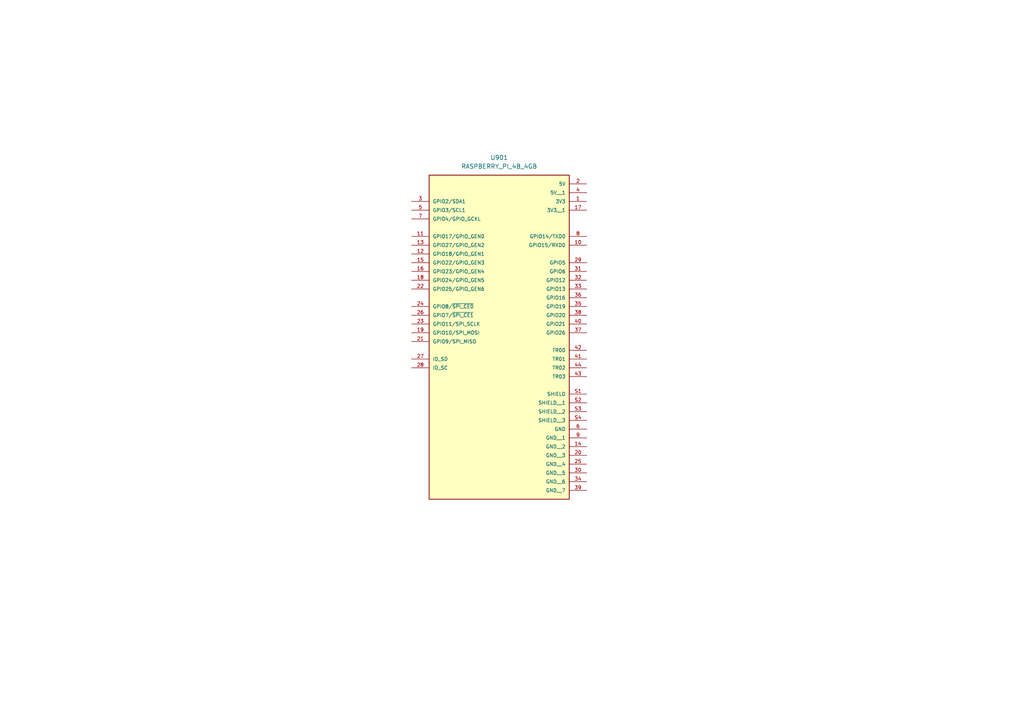
<source format=kicad_sch>
(kicad_sch (version 20231120) (generator "eeschema") (generator_version "8.0")
  (paper "A4")
  (title_block (title "MEP MAXI 85V-1 REV 2 Interface Board") (date "2024-12-08") (rev "X1") (company "McMillan Enterprises") (comment 1 "Firmware: John Gilcreast (johngilcreast@gmail.com)") (comment 2 "Hardware: Connor McMillan (connor@mcmillan.website)"))
  (lib_symbols
    (symbol "RASPBERRY_PI_4B_4GB:RASPBERRY_PI_4B_4GB" (pin_names (offset 1.016))
      (property "Reference" "U" (at -20.32 33.528 0))
      (property "Value" "RASPBERRY_PI_4B_4GB" (at -20.32 -63.5 0))
      (symbol "RASPBERRY_PI_4B_4GB_0_0"
        (rectangle (start -20.32 -60.96) (end 20.32 33.02) (stroke (width 0.254)) (fill (type background)))
        (pin power_in line (at 25.4 25.4 180) (length 5.08) (name "3V3") (number "1"))
        (pin bidirectional line (at 25.4 12.7 180) (length 5.08) (name "GPIO15/RXD0") (number "10"))
        (pin bidirectional line (at -25.4 15.24 0) (length 5.08) (name "GPIO17/GPIO_GEN0") (number "11"))
        (pin bidirectional line (at -25.4 10.16 0) (length 5.08) (name "GPIO18/GPIO_GEN1") (number "12"))
        (pin bidirectional line (at -25.4 12.7 0) (length 5.08) (name "GPIO27/GPIO_GEN2") (number "13"))
        (pin power_in line (at 25.4 -45.72 180) (length 5.08) (name "GND__2") (number "14"))
        (pin bidirectional line (at -25.4 7.62 0) (length 5.08) (name "GPIO22/GPIO_GEN3") (number "15"))
        (pin bidirectional line (at -25.4 5.08 0) (length 5.08) (name "GPIO23/GPIO_GEN4") (number "16"))
        (pin power_in line (at 25.4 22.86 180) (length 5.08) (name "3V3__1") (number "17"))
        (pin bidirectional line (at -25.4 2.54 0) (length 5.08) (name "GPIO24/GPIO_GEN5") (number "18"))
        (pin bidirectional line (at -25.4 -12.7 0) (length 5.08) (name "GPIO10/SPI_MOSI") (number "19"))
        (pin power_in line (at 25.4 30.48 180) (length 5.08) (name "5V") (number "2"))
        (pin power_in line (at 25.4 -48.26 180) (length 5.08) (name "GND__3") (number "20"))
        (pin bidirectional line (at -25.4 -15.24 0) (length 5.08) (name "GPIO9/SPI_MISO") (number "21"))
        (pin bidirectional line (at -25.4 0 0) (length 5.08) (name "GPIO25/GPIO_GEN6") (number "22"))
        (pin bidirectional line (at -25.4 -10.16 0) (length 5.08) (name "GPIO11/SPI_SCLK") (number "23"))
        (pin bidirectional line (at -25.4 -5.08 0) (length 5.08) (name "GPIO8/~{SPI_CE0}") (number "24"))
        (pin power_in line (at 25.4 -50.8 180) (length 5.08) (name "GND__4") (number "25"))
        (pin bidirectional line (at -25.4 -7.62 0) (length 5.08) (name "GPIO7/~{SPI_CE1}") (number "26"))
        (pin bidirectional line (at -25.4 -20.32 0) (length 5.08) (name "ID_SD") (number "27"))
        (pin bidirectional line (at -25.4 -22.86 0) (length 5.08) (name "ID_SC") (number "28"))
        (pin bidirectional line (at 25.4 7.62 180) (length 5.08) (name "GPIO5") (number "29"))
        (pin bidirectional line (at -25.4 25.4 0) (length 5.08) (name "GPIO2/SDA1") (number "3"))
        (pin power_in line (at 25.4 -53.34 180) (length 5.08) (name "GND__5") (number "30"))
        (pin bidirectional line (at 25.4 5.08 180) (length 5.08) (name "GPIO6") (number "31"))
        (pin bidirectional line (at 25.4 2.54 180) (length 5.08) (name "GPIO12") (number "32"))
        (pin bidirectional line (at 25.4 0 180) (length 5.08) (name "GPIO13") (number "33"))
        (pin power_in line (at 25.4 -55.88 180) (length 5.08) (name "GND__6") (number "34"))
        (pin bidirectional line (at 25.4 -5.08 180) (length 5.08) (name "GPIO19") (number "35"))
        (pin bidirectional line (at 25.4 -2.54 180) (length 5.08) (name "GPIO16") (number "36"))
        (pin bidirectional line (at 25.4 -12.7 180) (length 5.08) (name "GPIO26") (number "37"))
        (pin bidirectional line (at 25.4 -7.62 180) (length 5.08) (name "GPIO20") (number "38"))
        (pin power_in line (at 25.4 -58.42 180) (length 5.08) (name "GND__7") (number "39"))
        (pin power_in line (at 25.4 27.94 180) (length 5.08) (name "5V__1") (number "4"))
        (pin bidirectional line (at 25.4 -10.16 180) (length 5.08) (name "GPIO21") (number "40"))
        (pin bidirectional line (at 25.4 -20.32 180) (length 5.08) (name "TR01") (number "41"))
        (pin bidirectional line (at 25.4 -17.78 180) (length 5.08) (name "TR00") (number "42"))
        (pin bidirectional line (at 25.4 -25.4 180) (length 5.08) (name "TR03") (number "43"))
        (pin bidirectional line (at 25.4 -22.86 180) (length 5.08) (name "TR02") (number "44"))
        (pin bidirectional line (at -25.4 22.86 0) (length 5.08) (name "GPIO3/SCL1") (number "5"))
        (pin power_in line (at 25.4 -40.64 180) (length 5.08) (name "GND") (number "6"))
        (pin bidirectional line (at -25.4 20.32 0) (length 5.08) (name "GPIO4/GPIO_GCKL") (number "7"))
        (pin bidirectional line (at 25.4 15.24 180) (length 5.08) (name "GPIO14/TXD0") (number "8"))
        (pin power_in line (at 25.4 -43.18 180) (length 5.08) (name "GND__1") (number "9"))
        (pin power_in line (at 25.4 -30.48 180) (length 5.08) (name "SHIELD") (number "S1"))
        (pin power_in line (at 25.4 -33.02 180) (length 5.08) (name "SHIELD__1") (number "S2"))
        (pin power_in line (at 25.4 -35.56 180) (length 5.08) (name "SHIELD__2") (number "S3"))
        (pin power_in line (at 25.4 -38.1 180) (length 5.08) (name "SHIELD__3") (number "S4"))
      )
    )
  )
  (symbol (lib_id "RASPBERRY_PI_4B_4GB:RASPBERRY_PI_4B_4GB") (at 144.78 83.82 0) (unit 1)
    (property "Reference" "U901" (at 144.78 45.72 0))
    (property "Value" "RASPBERRY_PI_4B_4GB" (at 144.78 48.26 0))
    (property "Footprint" "RASPBERRY_PI_4B_4GB:MODULE_RASPBERRY_PI_4B_4GB" (effects (hide yes)))
    (property "MF" "Raspberry Pi" (effects (hide yes)))
    (property "MAXIMUM_PACKAGE_HEIGHT" "16 mm" (effects (hide yes)))
    (property "Package" "None" (effects (hide yes)))
    (property "Price" "None" (effects (hide yes)))
    (property "Check_prices" "https://www.snapeda.com/parts/RASPBERRY%20PI%204B/4GB/Raspberry+Pi/view-part/?ref=eda" (effects (hide yes)))
    (property "STANDARD" "Manufacturer Recommendations" (effects (hide yes)))
    (property "PARTREV" "4" (effects (hide yes)))
    (property "SnapEDA_Link" "https://www.snapeda.com/parts/RASPBERRY%20PI%204B/4GB/Raspberry+Pi/view-part/?ref=snap" (effects (hide yes)))
    (property "MP" "RASPBERRY PI 4B/4GB" (effects (hide yes)))
    (property "Description_1" "\n                        \n                            BCM2711 Raspberry Pi 4 Model B 4GB - ARM® Cortex®-A72 MPU Embedded Evaluation Board\n                        \n" (effects (hide yes)))
    (property "MANUFACTURER" "Raspberry Pi" (effects (hide yes)))
    (property "Availability" "In Stock" (effects (hide yes)))
    (property "SNAPEDA_PN" "RASPBERRY PI 4B/4GB" (effects (hide yes)))
  )
)
</source>
